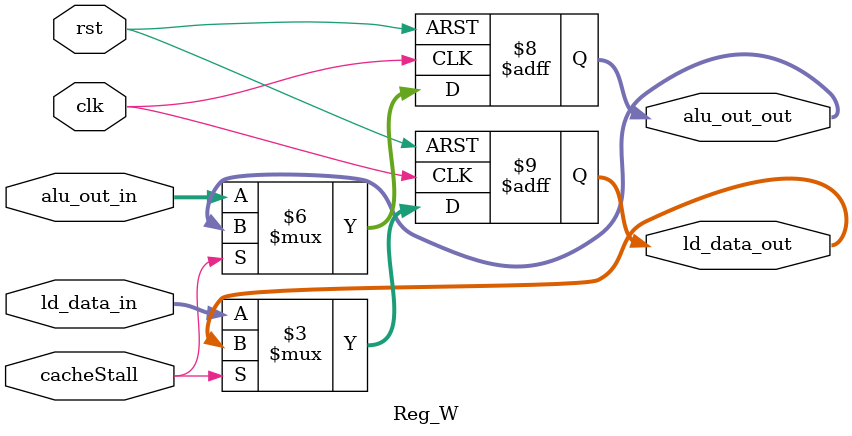
<source format=v>
module Reg_W(
input clk,
input rst,
input cacheStall,
input [31:0]alu_out_in,
input [31:0]ld_data_in,
output reg [31:0]alu_out_out,
output reg [31:0]ld_data_out

);

always@(posedge clk or posedge rst)begin
	if(rst) begin
		alu_out_out <= 32'b0;
		ld_data_out <= 32'b0;
	end
	else begin
		if(cacheStall)begin  //cache miss 5個reg都要stall 
			alu_out_out <= alu_out_out;
			ld_data_out <= ld_data_out;
		end
		else begin
			alu_out_out <= alu_out_in;
			ld_data_out <= ld_data_in;
		end
	end
end


endmodule

</source>
